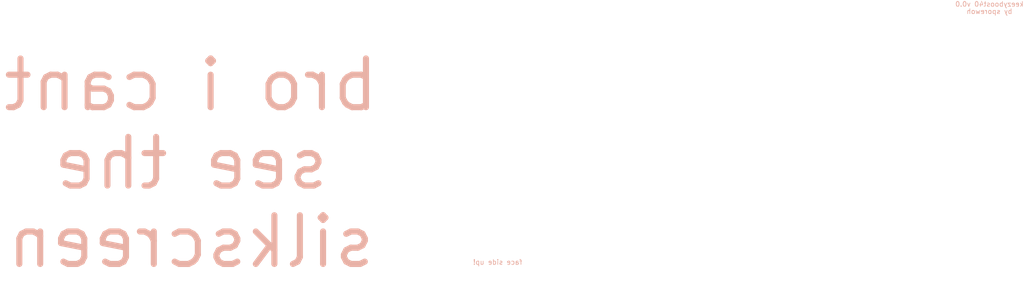
<source format=kicad_pcb>
(kicad_pcb (version 20211014) (generator pcbnew)

  (general
    (thickness 1.6)
  )

  (paper "A4")
  (layers
    (0 "F.Cu" signal)
    (31 "B.Cu" signal)
    (32 "B.Adhes" user "B.Adhesive")
    (33 "F.Adhes" user "F.Adhesive")
    (34 "B.Paste" user)
    (35 "F.Paste" user)
    (36 "B.SilkS" user "B.Silkscreen")
    (37 "F.SilkS" user "F.Silkscreen")
    (38 "B.Mask" user)
    (39 "F.Mask" user)
    (40 "Dwgs.User" user "User.Drawings")
    (41 "Cmts.User" user "User.Comments")
    (42 "Eco1.User" user "User.Eco1")
    (43 "Eco2.User" user "User.Eco2")
    (44 "Edge.Cuts" user)
    (45 "Margin" user)
    (46 "B.CrtYd" user "B.Courtyard")
    (47 "F.CrtYd" user "F.Courtyard")
    (48 "B.Fab" user)
    (49 "F.Fab" user)
    (50 "User.1" user)
    (51 "User.2" user)
    (52 "User.3" user)
    (53 "User.4" user)
    (54 "User.5" user)
    (55 "User.6" user)
    (56 "User.7" user)
    (57 "User.8" user)
    (58 "User.9" user)
  )

  (setup
    (pad_to_mask_clearance 0)
    (pcbplotparams
      (layerselection 0x00010fc_ffffffff)
      (disableapertmacros false)
      (usegerberextensions false)
      (usegerberattributes false)
      (usegerberadvancedattributes false)
      (creategerberjobfile true)
      (svguseinch false)
      (svgprecision 6)
      (excludeedgelayer true)
      (plotframeref false)
      (viasonmask false)
      (mode 1)
      (useauxorigin false)
      (hpglpennumber 1)
      (hpglpenspeed 20)
      (hpglpendiameter 15.000000)
      (dxfpolygonmode true)
      (dxfimperialunits true)
      (dxfusepcbnewfont true)
      (psnegative false)
      (psa4output false)
      (plotreference true)
      (plotvalue true)
      (plotinvisibletext false)
      (sketchpadsonfab false)
      (subtractmaskfromsilk true)
      (outputformat 1)
      (mirror false)
      (drillshape 0)
      (scaleselection 1)
      (outputdirectory "gerbers/")
    )
  )

  (net 0 "")

  (gr_text "by sporewoh" (at 222 15) (layer "B.SilkS") (tstamp 3dd385ec-e82e-4c38-9d95-f181d30f33c5)
    (effects (font (size 1 1) (thickness 0.15)) (justify mirror))
  )
  (gr_text "face side up!" (at 121 66.5) (layer "B.SilkS") (tstamp 3e1cfdc1-e850-4a16-895d-c6ec32c4484d)
    (effects (font (size 1 1) (thickness 0.15)) (justify mirror))
  )
  (gr_text "keezyboost40 v0.0" (at 222 13.5) (layer "B.SilkS") (tstamp 4b00b84f-9e7a-49b3-9cd9-c068770037dd)
    (effects (font (size 1 1) (thickness 0.15)) (justify mirror))
  )
  (gr_text "bro i cant\nsee the\nsilkscreen" (at 58 46.2) (layer "B.SilkS") (tstamp 7a3d8a55-2b02-4b23-9a8b-6cf9759584cd)
    (effects (font (size 10 10) (thickness 1.25)) (justify mirror))
  )

)

</source>
